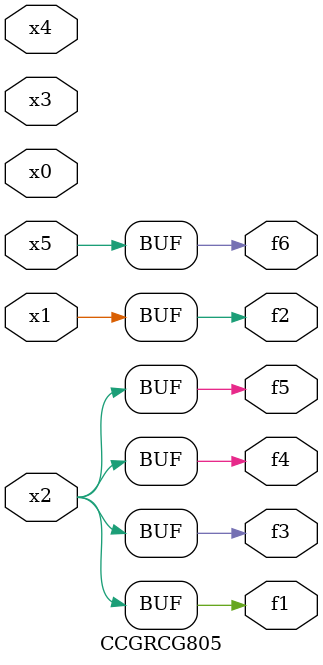
<source format=v>
module CCGRCG805(
	input x0, x1, x2, x3, x4, x5,
	output f1, f2, f3, f4, f5, f6
);
	assign f1 = x2;
	assign f2 = x1;
	assign f3 = x2;
	assign f4 = x2;
	assign f5 = x2;
	assign f6 = x5;
endmodule

</source>
